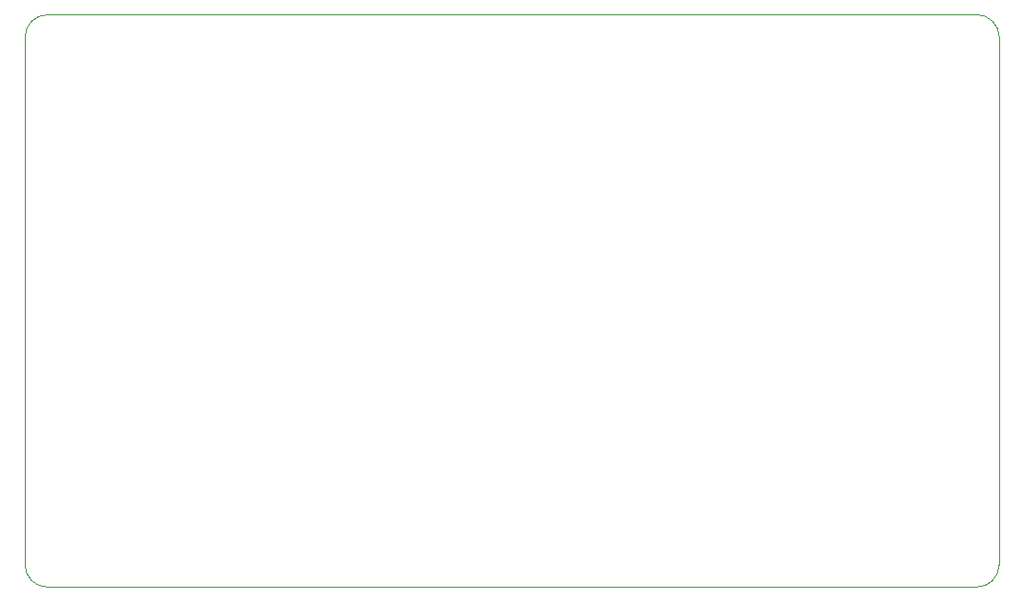
<source format=gbr>
%TF.GenerationSoftware,KiCad,Pcbnew,7.0.1*%
%TF.CreationDate,2023-04-09T16:17:14+09:00*%
%TF.ProjectId,RS232_Converter,52533233-325f-4436-9f6e-766572746572,rev?*%
%TF.SameCoordinates,Original*%
%TF.FileFunction,Profile,NP*%
%FSLAX46Y46*%
G04 Gerber Fmt 4.6, Leading zero omitted, Abs format (unit mm)*
G04 Created by KiCad (PCBNEW 7.0.1) date 2023-04-09 16:17:14*
%MOMM*%
%LPD*%
G01*
G04 APERTURE LIST*
%TA.AperFunction,Profile*%
%ADD10C,0.100000*%
%TD*%
G04 APERTURE END LIST*
D10*
X101600000Y-125000000D02*
G75*
G03*
X103600000Y-127000000I2000000J0D01*
G01*
X101600000Y-125000000D02*
X101600000Y-78200000D01*
X185960000Y-127000000D02*
X103600000Y-127000000D01*
X187960000Y-78200000D02*
X187960000Y-125000000D01*
X103600000Y-76200000D02*
X185960000Y-76200000D01*
X103600000Y-76200000D02*
G75*
G03*
X101600000Y-78200000I0J-2000000D01*
G01*
X187960000Y-78200000D02*
G75*
G03*
X185960000Y-76200000I-2000000J0D01*
G01*
X185960000Y-127000000D02*
G75*
G03*
X187960000Y-125000000I0J2000000D01*
G01*
M02*

</source>
